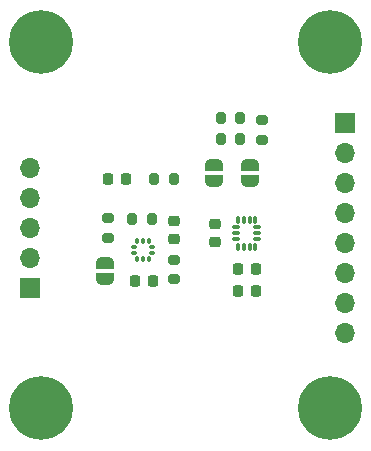
<source format=gbr>
%TF.GenerationSoftware,KiCad,Pcbnew,8.0.2-8.0.2-0~ubuntu20.04.1*%
%TF.CreationDate,2024-07-20T17:48:19+05:00*%
%TF.ProjectId,AlphaHagkemindt,416c7068-6148-4616-976b-656d696e6474,rev?*%
%TF.SameCoordinates,Original*%
%TF.FileFunction,Soldermask,Top*%
%TF.FilePolarity,Negative*%
%FSLAX46Y46*%
G04 Gerber Fmt 4.6, Leading zero omitted, Abs format (unit mm)*
G04 Created by KiCad (PCBNEW 8.0.2-8.0.2-0~ubuntu20.04.1) date 2024-07-20 17:48:19*
%MOMM*%
%LPD*%
G01*
G04 APERTURE LIST*
G04 Aperture macros list*
%AMRoundRect*
0 Rectangle with rounded corners*
0 $1 Rounding radius*
0 $2 $3 $4 $5 $6 $7 $8 $9 X,Y pos of 4 corners*
0 Add a 4 corners polygon primitive as box body*
4,1,4,$2,$3,$4,$5,$6,$7,$8,$9,$2,$3,0*
0 Add four circle primitives for the rounded corners*
1,1,$1+$1,$2,$3*
1,1,$1+$1,$4,$5*
1,1,$1+$1,$6,$7*
1,1,$1+$1,$8,$9*
0 Add four rect primitives between the rounded corners*
20,1,$1+$1,$2,$3,$4,$5,0*
20,1,$1+$1,$4,$5,$6,$7,0*
20,1,$1+$1,$6,$7,$8,$9,0*
20,1,$1+$1,$8,$9,$2,$3,0*%
%AMFreePoly0*
4,1,19,0.500000,-0.750000,0.000000,-0.750000,0.000000,-0.744911,-0.071157,-0.744911,-0.207708,-0.704816,-0.327430,-0.627875,-0.420627,-0.520320,-0.479746,-0.390866,-0.500000,-0.250000,-0.500000,0.250000,-0.479746,0.390866,-0.420627,0.520320,-0.327430,0.627875,-0.207708,0.704816,-0.071157,0.744911,0.000000,0.744911,0.000000,0.750000,0.500000,0.750000,0.500000,-0.750000,0.500000,-0.750000,
$1*%
%AMFreePoly1*
4,1,19,0.000000,0.744911,0.071157,0.744911,0.207708,0.704816,0.327430,0.627875,0.420627,0.520320,0.479746,0.390866,0.500000,0.250000,0.500000,-0.250000,0.479746,-0.390866,0.420627,-0.520320,0.327430,-0.627875,0.207708,-0.704816,0.071157,-0.744911,0.000000,-0.744911,0.000000,-0.750000,-0.500000,-0.750000,-0.500000,0.750000,0.000000,0.750000,0.000000,0.744911,0.000000,0.744911,
$1*%
G04 Aperture macros list end*
%ADD10C,0.800000*%
%ADD11C,5.400000*%
%ADD12RoundRect,0.200000X-0.275000X0.200000X-0.275000X-0.200000X0.275000X-0.200000X0.275000X0.200000X0*%
%ADD13RoundRect,0.087500X0.125000X0.087500X-0.125000X0.087500X-0.125000X-0.087500X0.125000X-0.087500X0*%
%ADD14RoundRect,0.087500X0.087500X0.125000X-0.087500X0.125000X-0.087500X-0.125000X0.087500X-0.125000X0*%
%ADD15RoundRect,0.087500X-0.087500X0.225000X-0.087500X-0.225000X0.087500X-0.225000X0.087500X0.225000X0*%
%ADD16RoundRect,0.087500X-0.225000X0.087500X-0.225000X-0.087500X0.225000X-0.087500X0.225000X0.087500X0*%
%ADD17FreePoly0,90.000000*%
%ADD18FreePoly1,90.000000*%
%ADD19RoundRect,0.200000X0.275000X-0.200000X0.275000X0.200000X-0.275000X0.200000X-0.275000X-0.200000X0*%
%ADD20RoundRect,0.200000X0.200000X0.275000X-0.200000X0.275000X-0.200000X-0.275000X0.200000X-0.275000X0*%
%ADD21RoundRect,0.225000X-0.225000X-0.250000X0.225000X-0.250000X0.225000X0.250000X-0.225000X0.250000X0*%
%ADD22FreePoly0,270.000000*%
%ADD23FreePoly1,270.000000*%
%ADD24RoundRect,0.225000X-0.250000X0.225000X-0.250000X-0.225000X0.250000X-0.225000X0.250000X0.225000X0*%
%ADD25RoundRect,0.200000X-0.200000X-0.275000X0.200000X-0.275000X0.200000X0.275000X-0.200000X0.275000X0*%
%ADD26RoundRect,0.218750X0.218750X0.256250X-0.218750X0.256250X-0.218750X-0.256250X0.218750X-0.256250X0*%
%ADD27R,1.700000X1.700000*%
%ADD28O,1.700000X1.700000*%
G04 APERTURE END LIST*
D10*
%TO.C,H4*%
X84025000Y-75000000D03*
X83431891Y-76431891D03*
X83431891Y-73568109D03*
X82000000Y-77025000D03*
D11*
X82000000Y-75000000D03*
D10*
X82000000Y-72975000D03*
X80568109Y-76431891D03*
X80568109Y-73568109D03*
X79975000Y-75000000D03*
%TD*%
%TO.C,H3*%
X108525000Y-75000000D03*
X107931891Y-76431891D03*
X107931891Y-73568109D03*
X106500000Y-77025000D03*
D11*
X106500000Y-75000000D03*
D10*
X106500000Y-72975000D03*
X105068109Y-76431891D03*
X105068109Y-73568109D03*
X104475000Y-75000000D03*
%TD*%
%TO.C,H2*%
X84025000Y-106000000D03*
X83431891Y-107431891D03*
X83431891Y-104568109D03*
X82000000Y-108025000D03*
D11*
X82000000Y-106000000D03*
D10*
X82000000Y-103975000D03*
X80568109Y-107431891D03*
X80568109Y-104568109D03*
X79975000Y-106000000D03*
%TD*%
%TO.C,H1*%
X108525000Y-106000000D03*
X107931891Y-107431891D03*
X107931891Y-104568109D03*
X106500000Y-108025000D03*
D11*
X106500000Y-106000000D03*
D10*
X106500000Y-103975000D03*
X105068109Y-107431891D03*
X105068109Y-104568109D03*
X104475000Y-106000000D03*
%TD*%
D12*
%TO.C,R4*%
X87733000Y-89925000D03*
X87733000Y-91575000D03*
%TD*%
D13*
%TO.C,U2*%
X91452500Y-92828500D03*
X91452500Y-92328500D03*
D14*
X91190000Y-91816000D03*
X90690000Y-91816000D03*
X90190000Y-91816000D03*
D13*
X89927500Y-92328500D03*
X89927500Y-92828500D03*
D14*
X90190000Y-93341000D03*
X90690000Y-93341000D03*
X91190000Y-93341000D03*
%TD*%
D15*
%TO.C,U1*%
X100182500Y-90017500D03*
X99682500Y-90017500D03*
X99182500Y-90017500D03*
X98682500Y-90017500D03*
D16*
X98520000Y-90680000D03*
X98520000Y-91180000D03*
X98520000Y-91680000D03*
D15*
X98682500Y-92342500D03*
X99182500Y-92342500D03*
X99682500Y-92342500D03*
X100182500Y-92342500D03*
D16*
X100345000Y-91680000D03*
X100345000Y-91180000D03*
X100345000Y-90680000D03*
%TD*%
D17*
%TO.C,JP1*%
X99745000Y-86730000D03*
D18*
X99745000Y-85430000D03*
%TD*%
D19*
%TO.C,R1*%
X100770000Y-83255000D03*
X100770000Y-81605000D03*
%TD*%
D20*
%TO.C,R6*%
X91415500Y-89988000D03*
X89765500Y-89988000D03*
%TD*%
D21*
%TO.C,C2*%
X98670000Y-96080000D03*
X100220000Y-96080000D03*
%TD*%
D22*
%TO.C,JP3*%
X87479000Y-93734500D03*
D23*
X87479000Y-95034500D03*
%TD*%
D24*
%TO.C,C3*%
X96745000Y-90405000D03*
X96745000Y-91955000D03*
%TD*%
D21*
%TO.C,C5*%
X89942500Y-95195000D03*
X91492500Y-95195000D03*
%TD*%
D12*
%TO.C,R5*%
X93257500Y-93417000D03*
X93257500Y-95067000D03*
%TD*%
D25*
%TO.C,R3*%
X97245000Y-81430000D03*
X98895000Y-81430000D03*
%TD*%
D17*
%TO.C,JP2*%
X96645000Y-86730000D03*
D18*
X96645000Y-85430000D03*
%TD*%
D24*
%TO.C,C4*%
X93257500Y-90102000D03*
X93257500Y-91652000D03*
%TD*%
D26*
%TO.C,D1*%
X89244500Y-86559000D03*
X87669500Y-86559000D03*
%TD*%
D25*
%TO.C,R7*%
X91632500Y-86559000D03*
X93282500Y-86559000D03*
%TD*%
%TO.C,R2*%
X97245000Y-83230000D03*
X98895000Y-83230000D03*
%TD*%
D21*
%TO.C,C1*%
X98670000Y-94180000D03*
X100220000Y-94180000D03*
%TD*%
D27*
%TO.C,J2*%
X81065000Y-95830000D03*
D28*
X81065000Y-93290000D03*
X81065000Y-90750000D03*
X81065000Y-88210000D03*
X81065000Y-85670000D03*
%TD*%
D27*
%TO.C,J1*%
X107735000Y-81860000D03*
D28*
X107735000Y-84400000D03*
X107735000Y-86940000D03*
X107735000Y-89480000D03*
X107735000Y-92020000D03*
X107735000Y-94560000D03*
X107735000Y-97100000D03*
X107735000Y-99640000D03*
%TD*%
M02*

</source>
